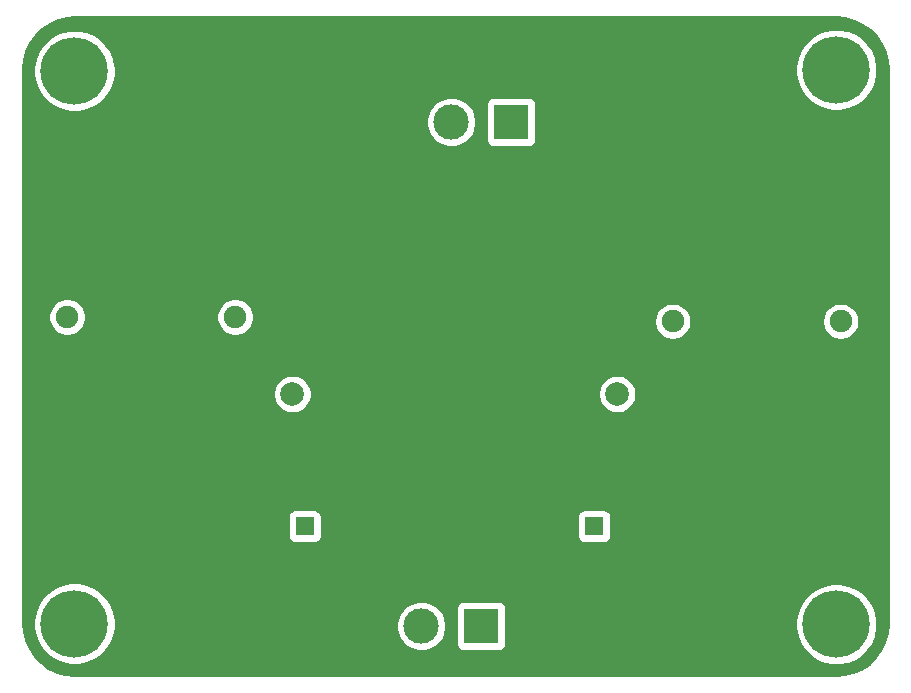
<source format=gbl>
G04 #@! TF.GenerationSoftware,KiCad,Pcbnew,5.1.10*
G04 #@! TF.CreationDate,2021-08-16T10:49:45+12:00*
G04 #@! TF.ProjectId,Output,4f757470-7574-42e6-9b69-6361645f7063,rev?*
G04 #@! TF.SameCoordinates,Original*
G04 #@! TF.FileFunction,Copper,L2,Bot*
G04 #@! TF.FilePolarity,Positive*
%FSLAX46Y46*%
G04 Gerber Fmt 4.6, Leading zero omitted, Abs format (unit mm)*
G04 Created by KiCad (PCBNEW 5.1.10) date 2021-08-16 10:49:45*
%MOMM*%
%LPD*%
G01*
G04 APERTURE LIST*
G04 #@! TA.AperFunction,ComponentPad*
%ADD10C,2.000000*%
G04 #@! TD*
G04 #@! TA.AperFunction,ComponentPad*
%ADD11C,1.905000*%
G04 #@! TD*
G04 #@! TA.AperFunction,ComponentPad*
%ADD12C,5.700000*%
G04 #@! TD*
G04 #@! TA.AperFunction,ComponentPad*
%ADD13C,3.000000*%
G04 #@! TD*
G04 #@! TA.AperFunction,ComponentPad*
%ADD14R,3.000000X3.000000*%
G04 #@! TD*
G04 #@! TA.AperFunction,ComponentPad*
%ADD15C,1.600000*%
G04 #@! TD*
G04 #@! TA.AperFunction,ComponentPad*
%ADD16R,1.600000X1.600000*%
G04 #@! TD*
G04 #@! TA.AperFunction,Conductor*
%ADD17C,0.254000*%
G04 #@! TD*
G04 #@! TA.AperFunction,Conductor*
%ADD18C,0.100000*%
G04 #@! TD*
G04 APERTURE END LIST*
D10*
X166450000Y-103800000D03*
X138950000Y-103800000D03*
D11*
X119888000Y-97282000D03*
X134112000Y-97282000D03*
X171138000Y-97650000D03*
X185362000Y-97650000D03*
D12*
X120500000Y-76440000D03*
D13*
X147320000Y-80772000D03*
X152400000Y-80772000D03*
D14*
X157480000Y-80772000D03*
D12*
X185000000Y-76350000D03*
D13*
X149860000Y-123444000D03*
D14*
X154940000Y-123444000D03*
D12*
X120500000Y-123240000D03*
X185000000Y-123290000D03*
D15*
X140000000Y-118500000D03*
D16*
X140000000Y-115000000D03*
D15*
X164500000Y-118500000D03*
D16*
X164500000Y-115000000D03*
D17*
X185768083Y-71981173D02*
X186511891Y-72184656D01*
X187207905Y-72516638D01*
X187834130Y-72966626D01*
X188370777Y-73520403D01*
X188800871Y-74160451D01*
X189110829Y-74866553D01*
X189292065Y-75621457D01*
X189340001Y-76274220D01*
X189340000Y-123220608D01*
X189268827Y-124018083D01*
X189065344Y-124761890D01*
X188733363Y-125457904D01*
X188283374Y-126084130D01*
X187729597Y-126620777D01*
X187089549Y-127050871D01*
X186383447Y-127360829D01*
X185628543Y-127542065D01*
X184975793Y-127590000D01*
X120529392Y-127590000D01*
X119731917Y-127518827D01*
X118988110Y-127315344D01*
X118292096Y-126983363D01*
X117665870Y-126533374D01*
X117129223Y-125979597D01*
X116699129Y-125339549D01*
X116389171Y-124633447D01*
X116207935Y-123878543D01*
X116160000Y-123225793D01*
X116160000Y-122896758D01*
X117015000Y-122896758D01*
X117015000Y-123583242D01*
X117148927Y-124256537D01*
X117411633Y-124890766D01*
X117793024Y-125461558D01*
X118278442Y-125946976D01*
X118849234Y-126328367D01*
X119483463Y-126591073D01*
X120156758Y-126725000D01*
X120843242Y-126725000D01*
X121516537Y-126591073D01*
X122150766Y-126328367D01*
X122721558Y-125946976D01*
X123206976Y-125461558D01*
X123588367Y-124890766D01*
X123851073Y-124256537D01*
X123985000Y-123583242D01*
X123985000Y-123233721D01*
X147725000Y-123233721D01*
X147725000Y-123654279D01*
X147807047Y-124066756D01*
X147967988Y-124455302D01*
X148201637Y-124804983D01*
X148499017Y-125102363D01*
X148848698Y-125336012D01*
X149237244Y-125496953D01*
X149649721Y-125579000D01*
X150070279Y-125579000D01*
X150482756Y-125496953D01*
X150871302Y-125336012D01*
X151220983Y-125102363D01*
X151518363Y-124804983D01*
X151752012Y-124455302D01*
X151912953Y-124066756D01*
X151995000Y-123654279D01*
X151995000Y-123233721D01*
X151912953Y-122821244D01*
X151752012Y-122432698D01*
X151518363Y-122083017D01*
X151379346Y-121944000D01*
X152801928Y-121944000D01*
X152801928Y-124944000D01*
X152814188Y-125068482D01*
X152850498Y-125188180D01*
X152909463Y-125298494D01*
X152988815Y-125395185D01*
X153085506Y-125474537D01*
X153195820Y-125533502D01*
X153315518Y-125569812D01*
X153440000Y-125582072D01*
X156440000Y-125582072D01*
X156564482Y-125569812D01*
X156684180Y-125533502D01*
X156794494Y-125474537D01*
X156891185Y-125395185D01*
X156970537Y-125298494D01*
X157029502Y-125188180D01*
X157065812Y-125068482D01*
X157078072Y-124944000D01*
X157078072Y-122946758D01*
X181515000Y-122946758D01*
X181515000Y-123633242D01*
X181648927Y-124306537D01*
X181911633Y-124940766D01*
X182293024Y-125511558D01*
X182778442Y-125996976D01*
X183349234Y-126378367D01*
X183983463Y-126641073D01*
X184656758Y-126775000D01*
X185343242Y-126775000D01*
X186016537Y-126641073D01*
X186650766Y-126378367D01*
X187221558Y-125996976D01*
X187706976Y-125511558D01*
X188088367Y-124940766D01*
X188351073Y-124306537D01*
X188485000Y-123633242D01*
X188485000Y-122946758D01*
X188351073Y-122273463D01*
X188088367Y-121639234D01*
X187706976Y-121068442D01*
X187221558Y-120583024D01*
X186650766Y-120201633D01*
X186016537Y-119938927D01*
X185343242Y-119805000D01*
X184656758Y-119805000D01*
X183983463Y-119938927D01*
X183349234Y-120201633D01*
X182778442Y-120583024D01*
X182293024Y-121068442D01*
X181911633Y-121639234D01*
X181648927Y-122273463D01*
X181515000Y-122946758D01*
X157078072Y-122946758D01*
X157078072Y-121944000D01*
X157065812Y-121819518D01*
X157029502Y-121699820D01*
X156970537Y-121589506D01*
X156891185Y-121492815D01*
X156794494Y-121413463D01*
X156684180Y-121354498D01*
X156564482Y-121318188D01*
X156440000Y-121305928D01*
X153440000Y-121305928D01*
X153315518Y-121318188D01*
X153195820Y-121354498D01*
X153085506Y-121413463D01*
X152988815Y-121492815D01*
X152909463Y-121589506D01*
X152850498Y-121699820D01*
X152814188Y-121819518D01*
X152801928Y-121944000D01*
X151379346Y-121944000D01*
X151220983Y-121785637D01*
X150871302Y-121551988D01*
X150482756Y-121391047D01*
X150070279Y-121309000D01*
X149649721Y-121309000D01*
X149237244Y-121391047D01*
X148848698Y-121551988D01*
X148499017Y-121785637D01*
X148201637Y-122083017D01*
X147967988Y-122432698D01*
X147807047Y-122821244D01*
X147725000Y-123233721D01*
X123985000Y-123233721D01*
X123985000Y-122896758D01*
X123851073Y-122223463D01*
X123588367Y-121589234D01*
X123206976Y-121018442D01*
X122721558Y-120533024D01*
X122150766Y-120151633D01*
X121516537Y-119888927D01*
X120843242Y-119755000D01*
X120156758Y-119755000D01*
X119483463Y-119888927D01*
X118849234Y-120151633D01*
X118278442Y-120533024D01*
X117793024Y-121018442D01*
X117411633Y-121589234D01*
X117148927Y-122223463D01*
X117015000Y-122896758D01*
X116160000Y-122896758D01*
X116160000Y-114200000D01*
X138561928Y-114200000D01*
X138561928Y-115800000D01*
X138574188Y-115924482D01*
X138610498Y-116044180D01*
X138669463Y-116154494D01*
X138748815Y-116251185D01*
X138845506Y-116330537D01*
X138955820Y-116389502D01*
X139075518Y-116425812D01*
X139200000Y-116438072D01*
X140800000Y-116438072D01*
X140924482Y-116425812D01*
X141044180Y-116389502D01*
X141154494Y-116330537D01*
X141251185Y-116251185D01*
X141330537Y-116154494D01*
X141389502Y-116044180D01*
X141425812Y-115924482D01*
X141438072Y-115800000D01*
X141438072Y-114200000D01*
X163061928Y-114200000D01*
X163061928Y-115800000D01*
X163074188Y-115924482D01*
X163110498Y-116044180D01*
X163169463Y-116154494D01*
X163248815Y-116251185D01*
X163345506Y-116330537D01*
X163455820Y-116389502D01*
X163575518Y-116425812D01*
X163700000Y-116438072D01*
X165300000Y-116438072D01*
X165424482Y-116425812D01*
X165544180Y-116389502D01*
X165654494Y-116330537D01*
X165751185Y-116251185D01*
X165830537Y-116154494D01*
X165889502Y-116044180D01*
X165925812Y-115924482D01*
X165938072Y-115800000D01*
X165938072Y-114200000D01*
X165925812Y-114075518D01*
X165889502Y-113955820D01*
X165830537Y-113845506D01*
X165751185Y-113748815D01*
X165654494Y-113669463D01*
X165544180Y-113610498D01*
X165424482Y-113574188D01*
X165300000Y-113561928D01*
X163700000Y-113561928D01*
X163575518Y-113574188D01*
X163455820Y-113610498D01*
X163345506Y-113669463D01*
X163248815Y-113748815D01*
X163169463Y-113845506D01*
X163110498Y-113955820D01*
X163074188Y-114075518D01*
X163061928Y-114200000D01*
X141438072Y-114200000D01*
X141425812Y-114075518D01*
X141389502Y-113955820D01*
X141330537Y-113845506D01*
X141251185Y-113748815D01*
X141154494Y-113669463D01*
X141044180Y-113610498D01*
X140924482Y-113574188D01*
X140800000Y-113561928D01*
X139200000Y-113561928D01*
X139075518Y-113574188D01*
X138955820Y-113610498D01*
X138845506Y-113669463D01*
X138748815Y-113748815D01*
X138669463Y-113845506D01*
X138610498Y-113955820D01*
X138574188Y-114075518D01*
X138561928Y-114200000D01*
X116160000Y-114200000D01*
X116160000Y-103638967D01*
X137315000Y-103638967D01*
X137315000Y-103961033D01*
X137377832Y-104276912D01*
X137501082Y-104574463D01*
X137680013Y-104842252D01*
X137907748Y-105069987D01*
X138175537Y-105248918D01*
X138473088Y-105372168D01*
X138788967Y-105435000D01*
X139111033Y-105435000D01*
X139426912Y-105372168D01*
X139724463Y-105248918D01*
X139992252Y-105069987D01*
X140219987Y-104842252D01*
X140398918Y-104574463D01*
X140522168Y-104276912D01*
X140585000Y-103961033D01*
X140585000Y-103638967D01*
X164815000Y-103638967D01*
X164815000Y-103961033D01*
X164877832Y-104276912D01*
X165001082Y-104574463D01*
X165180013Y-104842252D01*
X165407748Y-105069987D01*
X165675537Y-105248918D01*
X165973088Y-105372168D01*
X166288967Y-105435000D01*
X166611033Y-105435000D01*
X166926912Y-105372168D01*
X167224463Y-105248918D01*
X167492252Y-105069987D01*
X167719987Y-104842252D01*
X167898918Y-104574463D01*
X168022168Y-104276912D01*
X168085000Y-103961033D01*
X168085000Y-103638967D01*
X168022168Y-103323088D01*
X167898918Y-103025537D01*
X167719987Y-102757748D01*
X167492252Y-102530013D01*
X167224463Y-102351082D01*
X166926912Y-102227832D01*
X166611033Y-102165000D01*
X166288967Y-102165000D01*
X165973088Y-102227832D01*
X165675537Y-102351082D01*
X165407748Y-102530013D01*
X165180013Y-102757748D01*
X165001082Y-103025537D01*
X164877832Y-103323088D01*
X164815000Y-103638967D01*
X140585000Y-103638967D01*
X140522168Y-103323088D01*
X140398918Y-103025537D01*
X140219987Y-102757748D01*
X139992252Y-102530013D01*
X139724463Y-102351082D01*
X139426912Y-102227832D01*
X139111033Y-102165000D01*
X138788967Y-102165000D01*
X138473088Y-102227832D01*
X138175537Y-102351082D01*
X137907748Y-102530013D01*
X137680013Y-102757748D01*
X137501082Y-103025537D01*
X137377832Y-103323088D01*
X137315000Y-103638967D01*
X116160000Y-103638967D01*
X116160000Y-97125645D01*
X118300500Y-97125645D01*
X118300500Y-97438355D01*
X118361507Y-97745057D01*
X118481176Y-98033963D01*
X118654908Y-98293972D01*
X118876028Y-98515092D01*
X119136037Y-98688824D01*
X119424943Y-98808493D01*
X119731645Y-98869500D01*
X120044355Y-98869500D01*
X120351057Y-98808493D01*
X120639963Y-98688824D01*
X120899972Y-98515092D01*
X121121092Y-98293972D01*
X121294824Y-98033963D01*
X121414493Y-97745057D01*
X121475500Y-97438355D01*
X121475500Y-97125645D01*
X132524500Y-97125645D01*
X132524500Y-97438355D01*
X132585507Y-97745057D01*
X132705176Y-98033963D01*
X132878908Y-98293972D01*
X133100028Y-98515092D01*
X133360037Y-98688824D01*
X133648943Y-98808493D01*
X133955645Y-98869500D01*
X134268355Y-98869500D01*
X134575057Y-98808493D01*
X134863963Y-98688824D01*
X135123972Y-98515092D01*
X135345092Y-98293972D01*
X135518824Y-98033963D01*
X135638493Y-97745057D01*
X135688502Y-97493645D01*
X169550500Y-97493645D01*
X169550500Y-97806355D01*
X169611507Y-98113057D01*
X169731176Y-98401963D01*
X169904908Y-98661972D01*
X170126028Y-98883092D01*
X170386037Y-99056824D01*
X170674943Y-99176493D01*
X170981645Y-99237500D01*
X171294355Y-99237500D01*
X171601057Y-99176493D01*
X171889963Y-99056824D01*
X172149972Y-98883092D01*
X172371092Y-98661972D01*
X172544824Y-98401963D01*
X172664493Y-98113057D01*
X172725500Y-97806355D01*
X172725500Y-97493645D01*
X183774500Y-97493645D01*
X183774500Y-97806355D01*
X183835507Y-98113057D01*
X183955176Y-98401963D01*
X184128908Y-98661972D01*
X184350028Y-98883092D01*
X184610037Y-99056824D01*
X184898943Y-99176493D01*
X185205645Y-99237500D01*
X185518355Y-99237500D01*
X185825057Y-99176493D01*
X186113963Y-99056824D01*
X186373972Y-98883092D01*
X186595092Y-98661972D01*
X186768824Y-98401963D01*
X186888493Y-98113057D01*
X186949500Y-97806355D01*
X186949500Y-97493645D01*
X186888493Y-97186943D01*
X186768824Y-96898037D01*
X186595092Y-96638028D01*
X186373972Y-96416908D01*
X186113963Y-96243176D01*
X185825057Y-96123507D01*
X185518355Y-96062500D01*
X185205645Y-96062500D01*
X184898943Y-96123507D01*
X184610037Y-96243176D01*
X184350028Y-96416908D01*
X184128908Y-96638028D01*
X183955176Y-96898037D01*
X183835507Y-97186943D01*
X183774500Y-97493645D01*
X172725500Y-97493645D01*
X172664493Y-97186943D01*
X172544824Y-96898037D01*
X172371092Y-96638028D01*
X172149972Y-96416908D01*
X171889963Y-96243176D01*
X171601057Y-96123507D01*
X171294355Y-96062500D01*
X170981645Y-96062500D01*
X170674943Y-96123507D01*
X170386037Y-96243176D01*
X170126028Y-96416908D01*
X169904908Y-96638028D01*
X169731176Y-96898037D01*
X169611507Y-97186943D01*
X169550500Y-97493645D01*
X135688502Y-97493645D01*
X135699500Y-97438355D01*
X135699500Y-97125645D01*
X135638493Y-96818943D01*
X135518824Y-96530037D01*
X135345092Y-96270028D01*
X135123972Y-96048908D01*
X134863963Y-95875176D01*
X134575057Y-95755507D01*
X134268355Y-95694500D01*
X133955645Y-95694500D01*
X133648943Y-95755507D01*
X133360037Y-95875176D01*
X133100028Y-96048908D01*
X132878908Y-96270028D01*
X132705176Y-96530037D01*
X132585507Y-96818943D01*
X132524500Y-97125645D01*
X121475500Y-97125645D01*
X121414493Y-96818943D01*
X121294824Y-96530037D01*
X121121092Y-96270028D01*
X120899972Y-96048908D01*
X120639963Y-95875176D01*
X120351057Y-95755507D01*
X120044355Y-95694500D01*
X119731645Y-95694500D01*
X119424943Y-95755507D01*
X119136037Y-95875176D01*
X118876028Y-96048908D01*
X118654908Y-96270028D01*
X118481176Y-96530037D01*
X118361507Y-96818943D01*
X118300500Y-97125645D01*
X116160000Y-97125645D01*
X116160000Y-80561721D01*
X150265000Y-80561721D01*
X150265000Y-80982279D01*
X150347047Y-81394756D01*
X150507988Y-81783302D01*
X150741637Y-82132983D01*
X151039017Y-82430363D01*
X151388698Y-82664012D01*
X151777244Y-82824953D01*
X152189721Y-82907000D01*
X152610279Y-82907000D01*
X153022756Y-82824953D01*
X153411302Y-82664012D01*
X153760983Y-82430363D01*
X154058363Y-82132983D01*
X154292012Y-81783302D01*
X154452953Y-81394756D01*
X154535000Y-80982279D01*
X154535000Y-80561721D01*
X154452953Y-80149244D01*
X154292012Y-79760698D01*
X154058363Y-79411017D01*
X153919346Y-79272000D01*
X155341928Y-79272000D01*
X155341928Y-82272000D01*
X155354188Y-82396482D01*
X155390498Y-82516180D01*
X155449463Y-82626494D01*
X155528815Y-82723185D01*
X155625506Y-82802537D01*
X155735820Y-82861502D01*
X155855518Y-82897812D01*
X155980000Y-82910072D01*
X158980000Y-82910072D01*
X159104482Y-82897812D01*
X159224180Y-82861502D01*
X159334494Y-82802537D01*
X159431185Y-82723185D01*
X159510537Y-82626494D01*
X159569502Y-82516180D01*
X159605812Y-82396482D01*
X159618072Y-82272000D01*
X159618072Y-79272000D01*
X159605812Y-79147518D01*
X159569502Y-79027820D01*
X159510537Y-78917506D01*
X159431185Y-78820815D01*
X159334494Y-78741463D01*
X159224180Y-78682498D01*
X159104482Y-78646188D01*
X158980000Y-78633928D01*
X155980000Y-78633928D01*
X155855518Y-78646188D01*
X155735820Y-78682498D01*
X155625506Y-78741463D01*
X155528815Y-78820815D01*
X155449463Y-78917506D01*
X155390498Y-79027820D01*
X155354188Y-79147518D01*
X155341928Y-79272000D01*
X153919346Y-79272000D01*
X153760983Y-79113637D01*
X153411302Y-78879988D01*
X153022756Y-78719047D01*
X152610279Y-78637000D01*
X152189721Y-78637000D01*
X151777244Y-78719047D01*
X151388698Y-78879988D01*
X151039017Y-79113637D01*
X150741637Y-79411017D01*
X150507988Y-79760698D01*
X150347047Y-80149244D01*
X150265000Y-80561721D01*
X116160000Y-80561721D01*
X116160000Y-76279392D01*
X116176299Y-76096758D01*
X117015000Y-76096758D01*
X117015000Y-76783242D01*
X117148927Y-77456537D01*
X117411633Y-78090766D01*
X117793024Y-78661558D01*
X118278442Y-79146976D01*
X118849234Y-79528367D01*
X119483463Y-79791073D01*
X120156758Y-79925000D01*
X120843242Y-79925000D01*
X121516537Y-79791073D01*
X122150766Y-79528367D01*
X122721558Y-79146976D01*
X123206976Y-78661558D01*
X123588367Y-78090766D01*
X123851073Y-77456537D01*
X123985000Y-76783242D01*
X123985000Y-76096758D01*
X123967098Y-76006758D01*
X181515000Y-76006758D01*
X181515000Y-76693242D01*
X181648927Y-77366537D01*
X181911633Y-78000766D01*
X182293024Y-78571558D01*
X182778442Y-79056976D01*
X183349234Y-79438367D01*
X183983463Y-79701073D01*
X184656758Y-79835000D01*
X185343242Y-79835000D01*
X186016537Y-79701073D01*
X186650766Y-79438367D01*
X187221558Y-79056976D01*
X187706976Y-78571558D01*
X188088367Y-78000766D01*
X188351073Y-77366537D01*
X188485000Y-76693242D01*
X188485000Y-76006758D01*
X188351073Y-75333463D01*
X188088367Y-74699234D01*
X187706976Y-74128442D01*
X187221558Y-73643024D01*
X186650766Y-73261633D01*
X186016537Y-72998927D01*
X185343242Y-72865000D01*
X184656758Y-72865000D01*
X183983463Y-72998927D01*
X183349234Y-73261633D01*
X182778442Y-73643024D01*
X182293024Y-74128442D01*
X181911633Y-74699234D01*
X181648927Y-75333463D01*
X181515000Y-76006758D01*
X123967098Y-76006758D01*
X123851073Y-75423463D01*
X123588367Y-74789234D01*
X123206976Y-74218442D01*
X122721558Y-73733024D01*
X122150766Y-73351633D01*
X121516537Y-73088927D01*
X120843242Y-72955000D01*
X120156758Y-72955000D01*
X119483463Y-73088927D01*
X118849234Y-73351633D01*
X118278442Y-73733024D01*
X117793024Y-74218442D01*
X117411633Y-74789234D01*
X117148927Y-75423463D01*
X117015000Y-76096758D01*
X116176299Y-76096758D01*
X116231173Y-75481917D01*
X116434656Y-74738109D01*
X116766638Y-74042095D01*
X117216626Y-73415870D01*
X117770403Y-72879223D01*
X118410451Y-72449129D01*
X119116553Y-72139171D01*
X119871457Y-71957935D01*
X120524207Y-71910000D01*
X184970608Y-71910000D01*
X185768083Y-71981173D01*
G04 #@! TA.AperFunction,Conductor*
D18*
G36*
X185768083Y-71981173D02*
G01*
X186511891Y-72184656D01*
X187207905Y-72516638D01*
X187834130Y-72966626D01*
X188370777Y-73520403D01*
X188800871Y-74160451D01*
X189110829Y-74866553D01*
X189292065Y-75621457D01*
X189340001Y-76274220D01*
X189340000Y-123220608D01*
X189268827Y-124018083D01*
X189065344Y-124761890D01*
X188733363Y-125457904D01*
X188283374Y-126084130D01*
X187729597Y-126620777D01*
X187089549Y-127050871D01*
X186383447Y-127360829D01*
X185628543Y-127542065D01*
X184975793Y-127590000D01*
X120529392Y-127590000D01*
X119731917Y-127518827D01*
X118988110Y-127315344D01*
X118292096Y-126983363D01*
X117665870Y-126533374D01*
X117129223Y-125979597D01*
X116699129Y-125339549D01*
X116389171Y-124633447D01*
X116207935Y-123878543D01*
X116160000Y-123225793D01*
X116160000Y-122896758D01*
X117015000Y-122896758D01*
X117015000Y-123583242D01*
X117148927Y-124256537D01*
X117411633Y-124890766D01*
X117793024Y-125461558D01*
X118278442Y-125946976D01*
X118849234Y-126328367D01*
X119483463Y-126591073D01*
X120156758Y-126725000D01*
X120843242Y-126725000D01*
X121516537Y-126591073D01*
X122150766Y-126328367D01*
X122721558Y-125946976D01*
X123206976Y-125461558D01*
X123588367Y-124890766D01*
X123851073Y-124256537D01*
X123985000Y-123583242D01*
X123985000Y-123233721D01*
X147725000Y-123233721D01*
X147725000Y-123654279D01*
X147807047Y-124066756D01*
X147967988Y-124455302D01*
X148201637Y-124804983D01*
X148499017Y-125102363D01*
X148848698Y-125336012D01*
X149237244Y-125496953D01*
X149649721Y-125579000D01*
X150070279Y-125579000D01*
X150482756Y-125496953D01*
X150871302Y-125336012D01*
X151220983Y-125102363D01*
X151518363Y-124804983D01*
X151752012Y-124455302D01*
X151912953Y-124066756D01*
X151995000Y-123654279D01*
X151995000Y-123233721D01*
X151912953Y-122821244D01*
X151752012Y-122432698D01*
X151518363Y-122083017D01*
X151379346Y-121944000D01*
X152801928Y-121944000D01*
X152801928Y-124944000D01*
X152814188Y-125068482D01*
X152850498Y-125188180D01*
X152909463Y-125298494D01*
X152988815Y-125395185D01*
X153085506Y-125474537D01*
X153195820Y-125533502D01*
X153315518Y-125569812D01*
X153440000Y-125582072D01*
X156440000Y-125582072D01*
X156564482Y-125569812D01*
X156684180Y-125533502D01*
X156794494Y-125474537D01*
X156891185Y-125395185D01*
X156970537Y-125298494D01*
X157029502Y-125188180D01*
X157065812Y-125068482D01*
X157078072Y-124944000D01*
X157078072Y-122946758D01*
X181515000Y-122946758D01*
X181515000Y-123633242D01*
X181648927Y-124306537D01*
X181911633Y-124940766D01*
X182293024Y-125511558D01*
X182778442Y-125996976D01*
X183349234Y-126378367D01*
X183983463Y-126641073D01*
X184656758Y-126775000D01*
X185343242Y-126775000D01*
X186016537Y-126641073D01*
X186650766Y-126378367D01*
X187221558Y-125996976D01*
X187706976Y-125511558D01*
X188088367Y-124940766D01*
X188351073Y-124306537D01*
X188485000Y-123633242D01*
X188485000Y-122946758D01*
X188351073Y-122273463D01*
X188088367Y-121639234D01*
X187706976Y-121068442D01*
X187221558Y-120583024D01*
X186650766Y-120201633D01*
X186016537Y-119938927D01*
X185343242Y-119805000D01*
X184656758Y-119805000D01*
X183983463Y-119938927D01*
X183349234Y-120201633D01*
X182778442Y-120583024D01*
X182293024Y-121068442D01*
X181911633Y-121639234D01*
X181648927Y-122273463D01*
X181515000Y-122946758D01*
X157078072Y-122946758D01*
X157078072Y-121944000D01*
X157065812Y-121819518D01*
X157029502Y-121699820D01*
X156970537Y-121589506D01*
X156891185Y-121492815D01*
X156794494Y-121413463D01*
X156684180Y-121354498D01*
X156564482Y-121318188D01*
X156440000Y-121305928D01*
X153440000Y-121305928D01*
X153315518Y-121318188D01*
X153195820Y-121354498D01*
X153085506Y-121413463D01*
X152988815Y-121492815D01*
X152909463Y-121589506D01*
X152850498Y-121699820D01*
X152814188Y-121819518D01*
X152801928Y-121944000D01*
X151379346Y-121944000D01*
X151220983Y-121785637D01*
X150871302Y-121551988D01*
X150482756Y-121391047D01*
X150070279Y-121309000D01*
X149649721Y-121309000D01*
X149237244Y-121391047D01*
X148848698Y-121551988D01*
X148499017Y-121785637D01*
X148201637Y-122083017D01*
X147967988Y-122432698D01*
X147807047Y-122821244D01*
X147725000Y-123233721D01*
X123985000Y-123233721D01*
X123985000Y-122896758D01*
X123851073Y-122223463D01*
X123588367Y-121589234D01*
X123206976Y-121018442D01*
X122721558Y-120533024D01*
X122150766Y-120151633D01*
X121516537Y-119888927D01*
X120843242Y-119755000D01*
X120156758Y-119755000D01*
X119483463Y-119888927D01*
X118849234Y-120151633D01*
X118278442Y-120533024D01*
X117793024Y-121018442D01*
X117411633Y-121589234D01*
X117148927Y-122223463D01*
X117015000Y-122896758D01*
X116160000Y-122896758D01*
X116160000Y-114200000D01*
X138561928Y-114200000D01*
X138561928Y-115800000D01*
X138574188Y-115924482D01*
X138610498Y-116044180D01*
X138669463Y-116154494D01*
X138748815Y-116251185D01*
X138845506Y-116330537D01*
X138955820Y-116389502D01*
X139075518Y-116425812D01*
X139200000Y-116438072D01*
X140800000Y-116438072D01*
X140924482Y-116425812D01*
X141044180Y-116389502D01*
X141154494Y-116330537D01*
X141251185Y-116251185D01*
X141330537Y-116154494D01*
X141389502Y-116044180D01*
X141425812Y-115924482D01*
X141438072Y-115800000D01*
X141438072Y-114200000D01*
X163061928Y-114200000D01*
X163061928Y-115800000D01*
X163074188Y-115924482D01*
X163110498Y-116044180D01*
X163169463Y-116154494D01*
X163248815Y-116251185D01*
X163345506Y-116330537D01*
X163455820Y-116389502D01*
X163575518Y-116425812D01*
X163700000Y-116438072D01*
X165300000Y-116438072D01*
X165424482Y-116425812D01*
X165544180Y-116389502D01*
X165654494Y-116330537D01*
X165751185Y-116251185D01*
X165830537Y-116154494D01*
X165889502Y-116044180D01*
X165925812Y-115924482D01*
X165938072Y-115800000D01*
X165938072Y-114200000D01*
X165925812Y-114075518D01*
X165889502Y-113955820D01*
X165830537Y-113845506D01*
X165751185Y-113748815D01*
X165654494Y-113669463D01*
X165544180Y-113610498D01*
X165424482Y-113574188D01*
X165300000Y-113561928D01*
X163700000Y-113561928D01*
X163575518Y-113574188D01*
X163455820Y-113610498D01*
X163345506Y-113669463D01*
X163248815Y-113748815D01*
X163169463Y-113845506D01*
X163110498Y-113955820D01*
X163074188Y-114075518D01*
X163061928Y-114200000D01*
X141438072Y-114200000D01*
X141425812Y-114075518D01*
X141389502Y-113955820D01*
X141330537Y-113845506D01*
X141251185Y-113748815D01*
X141154494Y-113669463D01*
X141044180Y-113610498D01*
X140924482Y-113574188D01*
X140800000Y-113561928D01*
X139200000Y-113561928D01*
X139075518Y-113574188D01*
X138955820Y-113610498D01*
X138845506Y-113669463D01*
X138748815Y-113748815D01*
X138669463Y-113845506D01*
X138610498Y-113955820D01*
X138574188Y-114075518D01*
X138561928Y-114200000D01*
X116160000Y-114200000D01*
X116160000Y-103638967D01*
X137315000Y-103638967D01*
X137315000Y-103961033D01*
X137377832Y-104276912D01*
X137501082Y-104574463D01*
X137680013Y-104842252D01*
X137907748Y-105069987D01*
X138175537Y-105248918D01*
X138473088Y-105372168D01*
X138788967Y-105435000D01*
X139111033Y-105435000D01*
X139426912Y-105372168D01*
X139724463Y-105248918D01*
X139992252Y-105069987D01*
X140219987Y-104842252D01*
X140398918Y-104574463D01*
X140522168Y-104276912D01*
X140585000Y-103961033D01*
X140585000Y-103638967D01*
X164815000Y-103638967D01*
X164815000Y-103961033D01*
X164877832Y-104276912D01*
X165001082Y-104574463D01*
X165180013Y-104842252D01*
X165407748Y-105069987D01*
X165675537Y-105248918D01*
X165973088Y-105372168D01*
X166288967Y-105435000D01*
X166611033Y-105435000D01*
X166926912Y-105372168D01*
X167224463Y-105248918D01*
X167492252Y-105069987D01*
X167719987Y-104842252D01*
X167898918Y-104574463D01*
X168022168Y-104276912D01*
X168085000Y-103961033D01*
X168085000Y-103638967D01*
X168022168Y-103323088D01*
X167898918Y-103025537D01*
X167719987Y-102757748D01*
X167492252Y-102530013D01*
X167224463Y-102351082D01*
X166926912Y-102227832D01*
X166611033Y-102165000D01*
X166288967Y-102165000D01*
X165973088Y-102227832D01*
X165675537Y-102351082D01*
X165407748Y-102530013D01*
X165180013Y-102757748D01*
X165001082Y-103025537D01*
X164877832Y-103323088D01*
X164815000Y-103638967D01*
X140585000Y-103638967D01*
X140522168Y-103323088D01*
X140398918Y-103025537D01*
X140219987Y-102757748D01*
X139992252Y-102530013D01*
X139724463Y-102351082D01*
X139426912Y-102227832D01*
X139111033Y-102165000D01*
X138788967Y-102165000D01*
X138473088Y-102227832D01*
X138175537Y-102351082D01*
X137907748Y-102530013D01*
X137680013Y-102757748D01*
X137501082Y-103025537D01*
X137377832Y-103323088D01*
X137315000Y-103638967D01*
X116160000Y-103638967D01*
X116160000Y-97125645D01*
X118300500Y-97125645D01*
X118300500Y-97438355D01*
X118361507Y-97745057D01*
X118481176Y-98033963D01*
X118654908Y-98293972D01*
X118876028Y-98515092D01*
X119136037Y-98688824D01*
X119424943Y-98808493D01*
X119731645Y-98869500D01*
X120044355Y-98869500D01*
X120351057Y-98808493D01*
X120639963Y-98688824D01*
X120899972Y-98515092D01*
X121121092Y-98293972D01*
X121294824Y-98033963D01*
X121414493Y-97745057D01*
X121475500Y-97438355D01*
X121475500Y-97125645D01*
X132524500Y-97125645D01*
X132524500Y-97438355D01*
X132585507Y-97745057D01*
X132705176Y-98033963D01*
X132878908Y-98293972D01*
X133100028Y-98515092D01*
X133360037Y-98688824D01*
X133648943Y-98808493D01*
X133955645Y-98869500D01*
X134268355Y-98869500D01*
X134575057Y-98808493D01*
X134863963Y-98688824D01*
X135123972Y-98515092D01*
X135345092Y-98293972D01*
X135518824Y-98033963D01*
X135638493Y-97745057D01*
X135688502Y-97493645D01*
X169550500Y-97493645D01*
X169550500Y-97806355D01*
X169611507Y-98113057D01*
X169731176Y-98401963D01*
X169904908Y-98661972D01*
X170126028Y-98883092D01*
X170386037Y-99056824D01*
X170674943Y-99176493D01*
X170981645Y-99237500D01*
X171294355Y-99237500D01*
X171601057Y-99176493D01*
X171889963Y-99056824D01*
X172149972Y-98883092D01*
X172371092Y-98661972D01*
X172544824Y-98401963D01*
X172664493Y-98113057D01*
X172725500Y-97806355D01*
X172725500Y-97493645D01*
X183774500Y-97493645D01*
X183774500Y-97806355D01*
X183835507Y-98113057D01*
X183955176Y-98401963D01*
X184128908Y-98661972D01*
X184350028Y-98883092D01*
X184610037Y-99056824D01*
X184898943Y-99176493D01*
X185205645Y-99237500D01*
X185518355Y-99237500D01*
X185825057Y-99176493D01*
X186113963Y-99056824D01*
X186373972Y-98883092D01*
X186595092Y-98661972D01*
X186768824Y-98401963D01*
X186888493Y-98113057D01*
X186949500Y-97806355D01*
X186949500Y-97493645D01*
X186888493Y-97186943D01*
X186768824Y-96898037D01*
X186595092Y-96638028D01*
X186373972Y-96416908D01*
X186113963Y-96243176D01*
X185825057Y-96123507D01*
X185518355Y-96062500D01*
X185205645Y-96062500D01*
X184898943Y-96123507D01*
X184610037Y-96243176D01*
X184350028Y-96416908D01*
X184128908Y-96638028D01*
X183955176Y-96898037D01*
X183835507Y-97186943D01*
X183774500Y-97493645D01*
X172725500Y-97493645D01*
X172664493Y-97186943D01*
X172544824Y-96898037D01*
X172371092Y-96638028D01*
X172149972Y-96416908D01*
X171889963Y-96243176D01*
X171601057Y-96123507D01*
X171294355Y-96062500D01*
X170981645Y-96062500D01*
X170674943Y-96123507D01*
X170386037Y-96243176D01*
X170126028Y-96416908D01*
X169904908Y-96638028D01*
X169731176Y-96898037D01*
X169611507Y-97186943D01*
X169550500Y-97493645D01*
X135688502Y-97493645D01*
X135699500Y-97438355D01*
X135699500Y-97125645D01*
X135638493Y-96818943D01*
X135518824Y-96530037D01*
X135345092Y-96270028D01*
X135123972Y-96048908D01*
X134863963Y-95875176D01*
X134575057Y-95755507D01*
X134268355Y-95694500D01*
X133955645Y-95694500D01*
X133648943Y-95755507D01*
X133360037Y-95875176D01*
X133100028Y-96048908D01*
X132878908Y-96270028D01*
X132705176Y-96530037D01*
X132585507Y-96818943D01*
X132524500Y-97125645D01*
X121475500Y-97125645D01*
X121414493Y-96818943D01*
X121294824Y-96530037D01*
X121121092Y-96270028D01*
X120899972Y-96048908D01*
X120639963Y-95875176D01*
X120351057Y-95755507D01*
X120044355Y-95694500D01*
X119731645Y-95694500D01*
X119424943Y-95755507D01*
X119136037Y-95875176D01*
X118876028Y-96048908D01*
X118654908Y-96270028D01*
X118481176Y-96530037D01*
X118361507Y-96818943D01*
X118300500Y-97125645D01*
X116160000Y-97125645D01*
X116160000Y-80561721D01*
X150265000Y-80561721D01*
X150265000Y-80982279D01*
X150347047Y-81394756D01*
X150507988Y-81783302D01*
X150741637Y-82132983D01*
X151039017Y-82430363D01*
X151388698Y-82664012D01*
X151777244Y-82824953D01*
X152189721Y-82907000D01*
X152610279Y-82907000D01*
X153022756Y-82824953D01*
X153411302Y-82664012D01*
X153760983Y-82430363D01*
X154058363Y-82132983D01*
X154292012Y-81783302D01*
X154452953Y-81394756D01*
X154535000Y-80982279D01*
X154535000Y-80561721D01*
X154452953Y-80149244D01*
X154292012Y-79760698D01*
X154058363Y-79411017D01*
X153919346Y-79272000D01*
X155341928Y-79272000D01*
X155341928Y-82272000D01*
X155354188Y-82396482D01*
X155390498Y-82516180D01*
X155449463Y-82626494D01*
X155528815Y-82723185D01*
X155625506Y-82802537D01*
X155735820Y-82861502D01*
X155855518Y-82897812D01*
X155980000Y-82910072D01*
X158980000Y-82910072D01*
X159104482Y-82897812D01*
X159224180Y-82861502D01*
X159334494Y-82802537D01*
X159431185Y-82723185D01*
X159510537Y-82626494D01*
X159569502Y-82516180D01*
X159605812Y-82396482D01*
X159618072Y-82272000D01*
X159618072Y-79272000D01*
X159605812Y-79147518D01*
X159569502Y-79027820D01*
X159510537Y-78917506D01*
X159431185Y-78820815D01*
X159334494Y-78741463D01*
X159224180Y-78682498D01*
X159104482Y-78646188D01*
X158980000Y-78633928D01*
X155980000Y-78633928D01*
X155855518Y-78646188D01*
X155735820Y-78682498D01*
X155625506Y-78741463D01*
X155528815Y-78820815D01*
X155449463Y-78917506D01*
X155390498Y-79027820D01*
X155354188Y-79147518D01*
X155341928Y-79272000D01*
X153919346Y-79272000D01*
X153760983Y-79113637D01*
X153411302Y-78879988D01*
X153022756Y-78719047D01*
X152610279Y-78637000D01*
X152189721Y-78637000D01*
X151777244Y-78719047D01*
X151388698Y-78879988D01*
X151039017Y-79113637D01*
X150741637Y-79411017D01*
X150507988Y-79760698D01*
X150347047Y-80149244D01*
X150265000Y-80561721D01*
X116160000Y-80561721D01*
X116160000Y-76279392D01*
X116176299Y-76096758D01*
X117015000Y-76096758D01*
X117015000Y-76783242D01*
X117148927Y-77456537D01*
X117411633Y-78090766D01*
X117793024Y-78661558D01*
X118278442Y-79146976D01*
X118849234Y-79528367D01*
X119483463Y-79791073D01*
X120156758Y-79925000D01*
X120843242Y-79925000D01*
X121516537Y-79791073D01*
X122150766Y-79528367D01*
X122721558Y-79146976D01*
X123206976Y-78661558D01*
X123588367Y-78090766D01*
X123851073Y-77456537D01*
X123985000Y-76783242D01*
X123985000Y-76096758D01*
X123967098Y-76006758D01*
X181515000Y-76006758D01*
X181515000Y-76693242D01*
X181648927Y-77366537D01*
X181911633Y-78000766D01*
X182293024Y-78571558D01*
X182778442Y-79056976D01*
X183349234Y-79438367D01*
X183983463Y-79701073D01*
X184656758Y-79835000D01*
X185343242Y-79835000D01*
X186016537Y-79701073D01*
X186650766Y-79438367D01*
X187221558Y-79056976D01*
X187706976Y-78571558D01*
X188088367Y-78000766D01*
X188351073Y-77366537D01*
X188485000Y-76693242D01*
X188485000Y-76006758D01*
X188351073Y-75333463D01*
X188088367Y-74699234D01*
X187706976Y-74128442D01*
X187221558Y-73643024D01*
X186650766Y-73261633D01*
X186016537Y-72998927D01*
X185343242Y-72865000D01*
X184656758Y-72865000D01*
X183983463Y-72998927D01*
X183349234Y-73261633D01*
X182778442Y-73643024D01*
X182293024Y-74128442D01*
X181911633Y-74699234D01*
X181648927Y-75333463D01*
X181515000Y-76006758D01*
X123967098Y-76006758D01*
X123851073Y-75423463D01*
X123588367Y-74789234D01*
X123206976Y-74218442D01*
X122721558Y-73733024D01*
X122150766Y-73351633D01*
X121516537Y-73088927D01*
X120843242Y-72955000D01*
X120156758Y-72955000D01*
X119483463Y-73088927D01*
X118849234Y-73351633D01*
X118278442Y-73733024D01*
X117793024Y-74218442D01*
X117411633Y-74789234D01*
X117148927Y-75423463D01*
X117015000Y-76096758D01*
X116176299Y-76096758D01*
X116231173Y-75481917D01*
X116434656Y-74738109D01*
X116766638Y-74042095D01*
X117216626Y-73415870D01*
X117770403Y-72879223D01*
X118410451Y-72449129D01*
X119116553Y-72139171D01*
X119871457Y-71957935D01*
X120524207Y-71910000D01*
X184970608Y-71910000D01*
X185768083Y-71981173D01*
G37*
G04 #@! TD.AperFunction*
M02*

</source>
